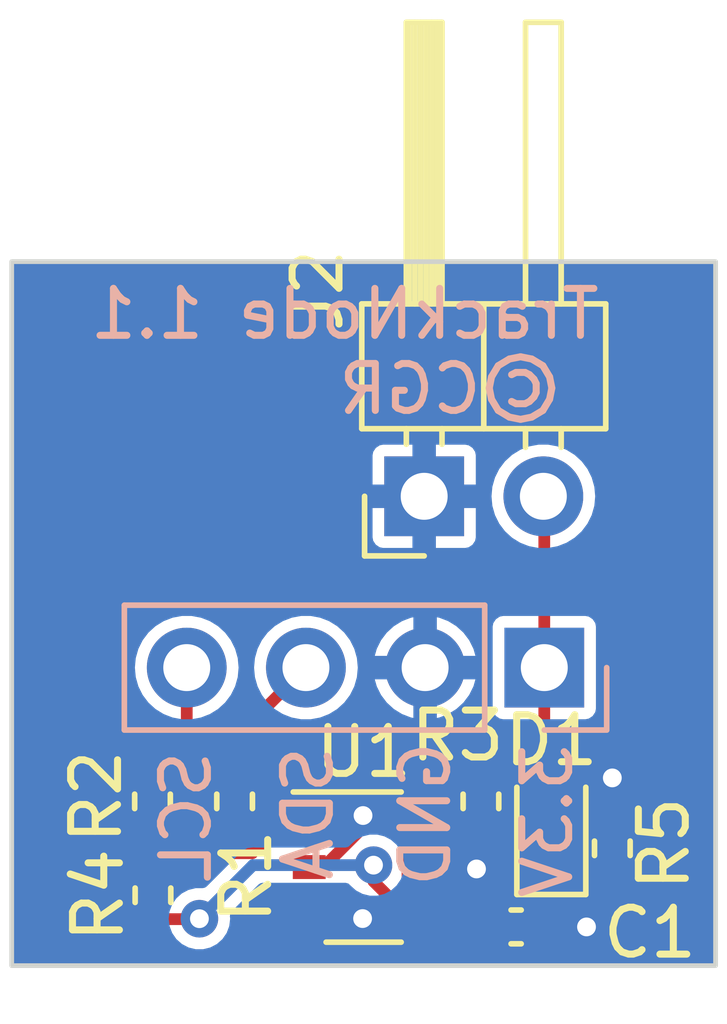
<source format=kicad_pcb>
(kicad_pcb (version 20221018) (generator pcbnew)
  (layers (0 "F.Cu" signal) (31 "B.Cu" signal) (34 "B.Paste" user) (35 "F.Paste" user) (36 "B.SilkS" user "B.Silkscreen") (37 "F.SilkS" user "F.Silkscreen") (38 "B.Mask" user) (39 "F.Mask" user) (44 "Edge.Cuts" user))
  (net 0 "")
  (net 1 "/VCC")
  (net 2 "GND")
  (net 3 "/SDA")
  (net 4 "/SCL")
  (net 5 "Net-(U1-SDA)")
  (net 6 "Net-(U1-SCL)")
  (net 7 "Net-(D1-K)")
  (footprint "Resistor_SMD:R_0402_1005Metric" (layer "F.Cu") (at 21.5 31.5 -90)
    (fp_text reference "R2" (at -0.1 1.2 90) (layer "F.SilkS"))
    (fp_text value "100")
    (fp_line (start -0.153641 -0.38) (end 0.153641 -0.38) (stroke (width 0.12)) (layer "F.SilkS"))
    (fp_line (start -0.153641 0.38) (end 0.153641 0.38) (stroke (width 0.12)) (layer "F.SilkS"))
    (pad "1" smd roundrect (at -0.51 0 270) (size 0.54 0.64) (layers "F.Cu" "F.Paste" "F.Mask") (net 4 "/SCL"))
    (pad "2" smd roundrect (at 0.51 0 270) (size 0.54 0.64) (layers "F.Cu" "F.Paste" "F.Mask") (net 6 "Net-(U1-SCL)"))
  )
  (footprint "Capacitor_SMD:C_0402_1005Metric" (layer "F.Cu") (at 29.25 34.175 180)
    (fp_text reference "C1" (at -2.85 -0.125) (layer "F.SilkS"))
    (fp_text value "0.1uF")
    (fp_line (start -0.107836 -0.36) (end 0.107836 -0.36) (stroke (width 0.12)) (layer "F.SilkS"))
    (fp_line (start -0.107836 0.36) (end 0.107836 0.36) (stroke (width 0.12)) (layer "F.SilkS"))
    (pad "1" smd roundrect (at -0.48 0 180) (size 0.56 0.62) (layers "F.Cu" "F.Paste" "F.Mask") (net 2 "GND"))
    (pad "2" smd roundrect (at 0.48 0 180) (size 0.56 0.62) (layers "F.Cu" "F.Paste" "F.Mask") (net 1 "/VCC"))
  )
  (footprint "LED_SMD:LED_0603_1608Metric" (layer "F.Cu") (at 30 32 90)
    (fp_text reference "D1" (at 1.8 0 180) (layer "F.SilkS"))
    (fp_text value "LED")
    (fp_line (start -1.485 -0.735) (end -1.485 0.735) (stroke (width 0.12)) (layer "F.SilkS"))
    (fp_line (start -1.485 0.735) (end 0.8 0.735) (stroke (width 0.12)) (layer "F.SilkS"))
    (fp_line (start 0.8 -0.735) (end -1.485 -0.735) (stroke (width 0.12)) (layer "F.SilkS"))
    (pad "1" smd roundrect (at -0.7875 0 90) (size 0.875 0.95) (layers "F.Cu" "F.Paste" "F.Mask") (net 7 "Net-(D1-K)"))
    (pad "2" smd roundrect (at 0.7875 0 90) (size 0.875 0.95) (layers "F.Cu" "F.Paste" "F.Mask") (net 1 "/VCC"))
  )
  (footprint "Resistor_SMD:R_0402_1005Metric" (layer "F.Cu") (at 21.51 33.5 90)
    (fp_text reference "R4" (at 0 -1.17 90) (layer "F.SilkS"))
    (fp_text value "1.2K")
    (fp_line (start -0.153641 -0.38) (end 0.153641 -0.38) (stroke (width 0.12)) (layer "F.SilkS"))
    (fp_line (start -0.153641 0.38) (end 0.153641 0.38) (stroke (width 0.12)) (layer "F.SilkS"))
    (pad "1" smd roundrect (at -0.51 0 90) (size 0.54 0.64) (layers "F.Cu" "F.Paste" "F.Mask") (net 1 "/VCC"))
    (pad "2" smd roundrect (at 0.51 0 90) (size 0.54 0.64) (layers "F.Cu" "F.Paste" "F.Mask") (net 4 "/SCL"))
  )
  (footprint "Resistor_SMD:R_0402_1005Metric" (layer "F.Cu") (at 23.25 31.5 -90)
    (fp_text reference "R1" (at 1.6 -0.25 90) (layer "F.SilkS"))
    (fp_text value "100")
    (fp_line (start -0.153641 -0.38) (end 0.153641 -0.38) (stroke (width 0.12)) (layer "F.SilkS"))
    (fp_line (start -0.153641 0.38) (end 0.153641 0.38) (stroke (width 0.12)) (layer "F.SilkS"))
    (pad "1" smd roundrect (at -0.51 0 270) (size 0.54 0.64) (layers "F.Cu" "F.Paste" "F.Mask") (net 3 "/SDA"))
    (pad "2" smd roundrect (at 0.51 0 270) (size 0.54 0.64) (layers "F.Cu" "F.Paste" "F.Mask") (net 5 "Net-(U1-SDA)"))
  )
  (footprint "Resistor_SMD:R_0402_1005Metric" (layer "F.Cu") (at 31.3 32.5 90)
    (fp_text reference "R5" (at 0.1 1.1 90) (layer "F.SilkS"))
    (fp_text value "500")
    (fp_line (start -0.153641 -0.38) (end 0.153641 -0.38) (stroke (width 0.12)) (layer "F.SilkS"))
    (fp_line (start -0.153641 0.38) (end 0.153641 0.38) (stroke (width 0.12)) (layer "F.SilkS"))
    (pad "1" smd roundrect (at -0.51 0 90) (size 0.54 0.64) (layers "F.Cu" "F.Paste" "F.Mask") (net 7 "Net-(D1-K)"))
    (pad "2" smd roundrect (at 0.51 0 90) (size 0.54 0.64) (layers "F.Cu" "F.Paste" "F.Mask") (net 2 "GND"))
  )
  (footprint "Package_SO:TSOP-6_1.65x3.05mm_P0.95mm" (layer "F.Cu") (at 26 32.9)
    (fp_text reference "U1" (at 0 -2.45) (layer "F.SilkS"))
    (fp_text value "TLV493D-A1B6")
    (fp_line (start -0.8 1.6) (end 0.8 1.6) (stroke (width 0.12)) (layer "F.SilkS"))
    (fp_line (start 0.8 -1.6) (end -1.5 -1.6) (stroke (width 0.12)) (layer "F.SilkS"))
    (pad "1" smd rect (at -1.16 -0.95) (size 0.7 0.51) (layers "F.Cu" "F.Paste" "F.Mask") (net 6 "Net-(U1-SCL)"))
    (pad "2" smd rect (at -1.16 0) (size 0.7 0.51) (layers "F.Cu" "F.Paste" "F.Mask") (net 2 "GND"))
    (pad "3" smd rect (at -1.16 0.95) (size 0.7 0.51) (layers "F.Cu" "F.Paste" "F.Mask") (net 2 "GND"))
    (pad "4" smd rect (at 1.16 0.95) (size 0.7 0.51) (layers "F.Cu" "F.Paste" "F.Mask") (net 1 "/VCC"))
    (pad "5" smd rect (at 1.16 0) (size 0.7 0.51) (layers "F.Cu" "F.Paste" "F.Mask") (net 2 "GND"))
    (pad "6" smd rect (at 1.16 -0.95) (size 0.7 0.51) (layers "F.Cu" "F.Paste" "F.Mask") (net 5 "Net-(U1-SDA)"))
  )
  (footprint "Connector_PinHeader_2.54mm:PinHeader_1x02_P2.54mm_Horizontal" (layer "F.Cu") (at 27.29 25 90)
    (fp_text reference "J2" (at 4.385 -2.27 90) (layer "F.SilkS"))
    (fp_text value "Conn_01x02")
    (fp_line (start -1.27 -1.27) (end 0 -1.27) (stroke (width 0.12)) (layer "F.SilkS"))
    (fp_line (start -1.27 0) (end -1.27 -1.27) (stroke (width 0.12)) (layer "F.SilkS"))
    (fp_line (start 1.042929 2.16) (end 1.44 2.16) (stroke (width 0.12)) (layer "F.SilkS"))
    (fp_line (start 1.042929 2.92) (end 1.44 2.92) (stroke (width 0.12)) (layer "F.SilkS"))
    (fp_line (start 1.11 -0.38) (end 1.44 -0.38) (stroke (width 0.12)) (layer "F.SilkS"))
    (fp_line (start 1.11 0.38) (end 1.44 0.38) (stroke (width 0.12)) (layer "F.SilkS"))
    (fp_line (start 1.44 -1.33) (end 1.44 3.87) (stroke (width 0.12)) (layer "F.SilkS"))
    (fp_line (start 1.44 1.27) (end 4.1 1.27) (stroke (width 0.12)) (layer "F.SilkS"))
    (fp_line (start 1.44 3.87) (end 4.1 3.87) (stroke (width 0.12)) (layer "F.SilkS"))
    (fp_line (start 4.1 -1.33) (end 1.44 -1.33) (stroke (width 0.12)) (layer "F.SilkS"))
    (fp_line (start 4.1 -0.38) (end 10.1 -0.38) (stroke (width 0.12)) (layer "F.SilkS"))
    (fp_line (start 4.1 -0.32) (end 10.1 -0.32) (stroke (width 0.12)) (layer "F.SilkS"))
    (fp_line (start 4.1 -0.2) (end 10.1 -0.2) (stroke (width 0.12)) (layer "F.SilkS"))
    (fp_line (start 4.1 -0.08) (end 10.1 -0.08) (stroke (width 0.12)) (layer "F.SilkS"))
    (fp_line (start 4.1 0.04) (end 10.1 0.04) (stroke (width 0.12)) (layer "F.SilkS"))
    (fp_line (start 4.1 0.16) (end 10.1 0.16) (stroke (width 0.12)) (layer "F.SilkS"))
    (fp_line (start 4.1 0.28) (end 10.1 0.28) (stroke (width 0.12)) (layer "F.SilkS"))
    (fp_line (start 4.1 2.16) (end 10.1 2.16) (stroke (width 0.12)) (layer "F.SilkS"))
    (fp_line (start 4.1 3.87) (end 4.1 -1.33) (stroke (width 0.12)) (layer "F.SilkS"))
    (fp_line (start 10.1 -0.38) (end 10.1 0.38) (stroke (width 0.12)) (layer "F.SilkS"))
    (fp_line (start 10.1 0.38) (end 4.1 0.38) (stroke (width 0.12)) (layer "F.SilkS"))
    (fp_line (start 10.1 2.16) (end 10.1 2.92) (stroke (width 0.12)) (layer "F.SilkS"))
    (fp_line (start 10.1 2.92) (end 4.1 2.92) (stroke (width 0.12)) (layer "F.SilkS"))
    (pad "1" thru_hole rect (at 0 0 90) (size 1.7 1.7) (drill 1) (layers "*.Cu" "*.Mask") (net 2 "GND"))
    (pad "2" thru_hole oval (at 0 2.54 90) (size 1.7 1.7) (drill 1) (layers "*.Cu" "*.Mask") (net 1 "/VCC"))
  )
  (footprint "Resistor_SMD:R_0402_1005Metric" (layer "F.Cu") (at 28.5 31.5 90)
    (fp_text reference "R3" (at 1.4 -0.5 180) (layer "F.SilkS"))
    (fp_text value "1.2K")
    (fp_line (start -0.153641 -0.38) (end 0.153641 -0.38) (stroke (width 0.12)) (layer "F.SilkS"))
    (fp_line (start -0.153641 0.38) (end 0.153641 0.38) (stroke (width 0.12)) (layer "F.SilkS"))
    (pad "1" smd roundrect (at -0.51 0 90) (size 0.54 0.64) (layers "F.Cu" "F.Paste" "F.Mask") (net 1 "/VCC"))
    (pad "2" smd roundrect (at 0.51 0 90) (size 0.54 0.64) (layers "F.Cu" "F.Paste" "F.Mask") (net 3 "/SDA"))
  )
  (footprint "Connector_PinHeader_2.54mm:PinHeader_1x04_P2.54mm_Vertical" (layer "B.Cu") (at 29.85 28.65 90)
    (fp_text reference "J1" hide)
    (fp_text value "Conn_01x04")
    (fp_line (start -1.33 -8.95) (end 1.33 -8.95) (stroke (width 0.12)) (layer "B.SilkS"))
    (fp_line (start -1.33 -1.27) (end -1.33 -8.95) (stroke (width 0.12)) (layer "B.SilkS"))
    (fp_line (start -1.33 -1.27) (end 1.33 -1.27) (stroke (width 0.12)) (layer "B.SilkS"))
    (fp_line (start -1.33 0) (end -1.33 1.33) (stroke (width 0.12)) (layer "B.SilkS"))
    (fp_line (start -1.33 1.33) (end 0 1.33) (stroke (width 0.12)) (layer "B.SilkS"))
    (fp_line (start 1.33 -1.27) (end 1.33 -8.95) (stroke (width 0.12)) (layer "B.SilkS"))
    (pad "1" thru_hole rect (at 0 0 90) (size 1.7 1.7) (drill 1) (layers "*.Cu" "*.Mask") (net 1 "/VCC"))
    (pad "2" thru_hole oval (at 0 -2.54 90) (size 1.7 1.7) (drill 1) (layers "*.Cu" "*.Mask") (net 2 "GND"))
    (pad "3" thru_hole oval (at 0 -5.08 90) (size 1.7 1.7) (drill 1) (layers "*.Cu" "*.Mask") (net 3 "/SDA"))
    (pad "4" thru_hole oval (at 0 -7.62 90) (size 1.7 1.7) (drill 1) (layers "*.Cu" "*.Mask") (net 4 "/SCL"))
  )
  (gr_rect (start 18.5 20) (end 33.5 35) (stroke (width 0.1)) (fill none) (layer "Edge.Cuts"))
  (gr_text "GND" (at 27.9 30.15 90) (layer "B.SilkS") (effects (font (size 1 1)) (justify left bottom mirror)))
  (gr_text "©CGR" (at 30.3 23.3) (layer "B.SilkS") (effects (font (size 1 1)) (justify left bottom mirror)))
  (gr_text "SDA" (at 25.4 30.25 90) (layer "B.SilkS") (effects (font (size 1 1)) (justify left bottom mirror)))
  (gr_text "SCL" (at 22.8 30.35 90) (layer "B.SilkS") (effects (font (size 1 1)) (justify left bottom mirror)))
  (gr_text "3.3V" (at 30.5 30.2 90) (layer "B.SilkS") (effects (font (size 1 1)) (justify left bottom mirror)))
  (gr_text "TrackNode 1.1" (at 31.1 21.7) (layer "B.SilkS") (effects (font (size 1 1)) (justify left bottom mirror)))
  (segment (start 29.2975 31.2125) (end 28.5 32.01) (width 0.25) (layer "F.Cu") (net 1))
  (segment (start 26.2105 32.859098) (end 26.2105 33.2055) (width 0.25) (layer "F.Cu") (net 1))
  (segment (start 26.855 33.85) (end 27.16 33.85) (width 0.25) (layer "F.Cu") (net 1))
  (segment (start 29.85 28.65) (end 29.85 25.02) (width 0.25) (layer "F.Cu") (net 1))
  (segment (start 30 31.2125) (end 29.2975 31.2125) (width 0.25) (layer "F.Cu") (net 1))
  (segment (start 28.445 33.85) (end 28.77 34.175) (width 0.25) (layer "F.Cu") (net 1))
  (segment (start 26.2105 33.2055) (end 26.855 33.85) (width 0.25) (layer "F.Cu") (net 1))
  (segment (start 29.130523 32.640523) (end 29.130523 33.814477) (width 0.25) (layer "F.Cu") (net 1))
  (segment (start 29.85 28.65) (end 29.85 31.0625) (width 0.25) (layer "F.Cu") (net 1))
  (segment (start 29.85 31.0625) (end 30 31.2125) (width 0.25) (layer "F.Cu") (net 1))
  (segment (start 28.5 32.01) (end 29.130523 32.640523) (width 0.25) (layer "F.Cu") (net 1))
  (segment (start 21.51 34.01) (end 22.49 34.01) (width 0.25) (layer "F.Cu") (net 1))
  (segment (start 29.85 25.02) (end 29.83 25) (width 0.25) (layer "F.Cu") (net 1))
  (segment (start 29.130523 33.814477) (end 28.77 34.175) (width 0.25) (layer "F.Cu") (net 1))
  (segment (start 27.16 33.85) (end 28.445 33.85) (width 0.25) (layer "F.Cu") (net 1))
  (segment (start 22.49 34.01) (end 22.5 34) (width 0.25) (layer "F.Cu") (net 1))
  (via (at 22.5 34) (size 0.8) (drill 0.4) (layers "F.Cu" "B.Cu") (net 1))
  (via (at 26.2105 32.859098) (size 0.8) (drill 0.4) (layers "F.Cu" "B.Cu") (net 1))
  (segment (start 23.640902 32.859098) (end 26.2105 32.859098) (width 0.25) (layer "B.Cu") (net 1))
  (segment (start 22.5 34) (end 23.640902 32.859098) (width 0.25) (layer "B.Cu") (net 1))
  (segment (start 27.200121 32.940121) (end 27.16 32.9) (width 0.25) (layer "F.Cu") (net 2))
  (segment (start 25.987182 32.057818) (end 25.145 32.9) (width 0.25) (layer "F.Cu") (net 2))
  (segment (start 25.977701 33.997299) (end 25.830402 33.85) (width 0.25) (layer "F.Cu") (net 2))
  (segment (start 29.73 34.175) (end 30.75 34.175) (width 0.25) (layer "F.Cu") (net 2))
  (segment (start 31.3 31.99) (end 31.3 31) (width 0.25) (layer "F.Cu") (net 2))
  (segment (start 25.987182 31.80178) (end 25.987182 32.057818) (width 0.25) (layer "F.Cu") (net 2))
  (segment (start 28.405523 32.940121) (end 27.200121 32.940121) (width 0.25) (layer "F.Cu") (net 2))
  (segment (start 25.830402 33.85) (end 24.84 33.85) (width 0.25) (layer "F.Cu") (net 2))
  (segment (start 25.145 32.9) (end 24.84 32.9) (width 0.25) (layer "F.Cu") (net 2))
  (via (at 25.977701 33.997299) (size 0.8) (drill 0.4) (layers "F.Cu" "B.Cu") (net 2))
  (via (at 28.405523 32.940121) (size 0.8) (drill 0.4) (layers "F.Cu" "B.Cu") (net 2))
  (via (at 31.3 31) (size 0.8) (drill 0.4) (layers "F.Cu" "B.Cu") (net 2))
  (via (at 25.987182 31.80178) (size 0.8) (drill 0.4) (layers "F.Cu" "B.Cu") (net 2))
  (via (at 30.75 34.175) (size 0.8) (drill 0.4) (layers "F.Cu" "B.Cu") (net 2))
  (segment (start 28.11 30.6) (end 28.5 30.99) (width 0.25) (layer "F.Cu") (net 3))
  (segment (start 23.64 30.6) (end 28.11 30.6) (width 0.25) (layer "F.Cu") (net 3))
  (segment (start 23.25 30.99) (end 23.64 30.6) (width 0.25) (layer "F.Cu") (net 3))
  (segment (start 23.25 30.17) (end 24.77 28.65) (width 0.25) (layer "F.Cu") (net 3))
  (segment (start 23.25 30.99) (end 23.25 30.17) (width 0.25) (layer "F.Cu") (net 3))
  (segment (start 22.23 30.26) (end 22.23 28.65) (width 0.25) (layer "F.Cu") (net 4))
  (segment (start 21.5 30.99) (end 22.23 30.26) (width 0.25) (layer "F.Cu") (net 4))
  (segment (start 21.5 30.99) (end 20.855 31.635) (width 0.25) (layer "F.Cu") (net 4))
  (segment (start 20.855 31.635) (end 20.855 32.335) (width 0.25) (layer "F.Cu") (net 4))
  (segment (start 20.855 32.335) (end 21.51 32.99) (width 0.25) (layer "F.Cu") (net 4))
  (segment (start 24.21 31.05) (end 23.25 32.01) (width 0.25) (layer "F.Cu") (net 5))
  (segment (start 24.21 31.05) (end 26.26 31.05) (width 0.25) (layer "F.Cu") (net 5))
  (segment (start 26.26 31.05) (end 27.16 31.95) (width 0.25) (layer "F.Cu") (net 5))
  (segment (start 24.280538 31.95) (end 23.625538 32.605) (width 0.25) (layer "F.Cu") (net 6))
  (segment (start 24.84 31.95) (end 24.280538 31.95) (width 0.25) (layer "F.Cu") (net 6))
  (segment (start 23.625538 32.605) (end 22.095 32.605) (width 0.25) (layer "F.Cu") (net 6))
  (segment (start 22.095 32.605) (end 21.5 32.01) (width 0.25) (layer "F.Cu") (net 6))
  (segment (start 31.2775 32.7875) (end 31.5 33.01) (width 0.25) (layer "F.Cu") (net 7))
  (segment (start 30 32.7875) (end 31.0775 32.7875) (width 0.25) (layer "F.Cu") (net 7))
  (segment (start 31.0775 32.7875) (end 31.3 33.01) (width 0.25) (layer "F.Cu") (net 7))
  (zone (net 2) (net_name "GND") (layer "B.Cu") (connect_pads (clearance 0.25)) (min_thickness 0.25) (fill yes (thermal_gap 0.25) (thermal_bridge_width 0.5))
    (polygon (pts (xy 18.25 19.75) (xy 33.75 19.75) (xy 33.75 35.25) (xy 18.25 35.25)))
  )
)
</source>
